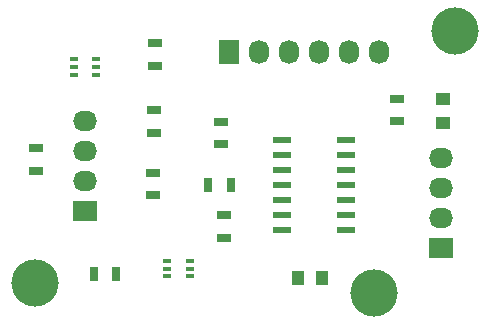
<source format=gbr>
G04 #@! TF.FileFunction,Soldermask,Top*
%FSLAX46Y46*%
G04 Gerber Fmt 4.6, Leading zero omitted, Abs format (unit mm)*
G04 Created by KiCad (PCBNEW (2015-07-31 BZR 6030)-product) date Sat Sep 12 09:44:37 2015*
%MOMM*%
G01*
G04 APERTURE LIST*
%ADD10C,0.100000*%
%ADD11C,4.000000*%
%ADD12R,1.250000X1.000000*%
%ADD13R,1.000000X1.250000*%
%ADD14R,1.500000X0.600000*%
%ADD15R,1.727200X2.032000*%
%ADD16O,1.727200X2.032000*%
%ADD17R,2.032000X1.727200*%
%ADD18O,2.032000X1.727200*%
%ADD19R,0.800000X0.400000*%
%ADD20R,1.300000X0.700000*%
%ADD21R,0.700000X1.300000*%
G04 APERTURE END LIST*
D10*
D11*
X209350400Y-46150400D03*
X173790400Y-67486400D03*
D12*
X208334400Y-51906800D03*
X208334400Y-53906800D03*
D13*
X198056800Y-67029200D03*
X196056800Y-67029200D03*
D14*
X200061600Y-63016000D03*
X200061600Y-61746000D03*
X200061600Y-60476000D03*
X200061600Y-59206000D03*
X200061600Y-57936000D03*
X200061600Y-56666000D03*
X200061600Y-55396000D03*
X194661600Y-55396000D03*
X194661600Y-56666000D03*
X194661600Y-57936000D03*
X194661600Y-59206000D03*
X194661600Y-60476000D03*
X194661600Y-61746000D03*
X194661600Y-63016000D03*
D15*
X190198800Y-47928400D03*
D16*
X192738800Y-47928400D03*
X195278800Y-47928400D03*
X197818800Y-47928400D03*
X200358800Y-47928400D03*
X202898800Y-47928400D03*
D17*
X208131200Y-64489200D03*
D18*
X208131200Y-61949200D03*
X208131200Y-59409200D03*
X208131200Y-56869200D03*
D17*
X178006800Y-61390400D03*
D18*
X178006800Y-58850400D03*
X178006800Y-56310400D03*
X178006800Y-53770400D03*
D19*
X186881600Y-66917200D03*
X186881600Y-66267200D03*
X186881600Y-65617200D03*
X184981600Y-65617200D03*
X184981600Y-66267200D03*
X184981600Y-66917200D03*
X178956800Y-49848400D03*
X178956800Y-49198400D03*
X178956800Y-48548400D03*
X177056800Y-48548400D03*
X177056800Y-49198400D03*
X177056800Y-49848400D03*
D20*
X189792400Y-63661200D03*
X189792400Y-61761200D03*
D21*
X188436000Y-59206000D03*
X190336000Y-59206000D03*
X178733200Y-66724400D03*
X180633200Y-66724400D03*
D20*
X183747200Y-58154400D03*
X183747200Y-60054400D03*
X189487600Y-53836400D03*
X189487600Y-55736400D03*
X183950400Y-47181600D03*
X183950400Y-49081600D03*
X173841200Y-57971600D03*
X173841200Y-56071600D03*
X183798000Y-54771200D03*
X183798000Y-52871200D03*
X204372000Y-51906000D03*
X204372000Y-53806000D03*
D11*
X202441600Y-68299200D03*
X209350400Y-46150400D03*
X173790400Y-67486400D03*
D12*
X208334400Y-51906800D03*
X208334400Y-53906800D03*
D13*
X198056800Y-67029200D03*
X196056800Y-67029200D03*
D14*
X200061600Y-63016000D03*
X200061600Y-61746000D03*
X200061600Y-60476000D03*
X200061600Y-59206000D03*
X200061600Y-57936000D03*
X200061600Y-56666000D03*
X200061600Y-55396000D03*
X194661600Y-55396000D03*
X194661600Y-56666000D03*
X194661600Y-57936000D03*
X194661600Y-59206000D03*
X194661600Y-60476000D03*
X194661600Y-61746000D03*
X194661600Y-63016000D03*
D15*
X190198800Y-47928400D03*
D16*
X192738800Y-47928400D03*
X195278800Y-47928400D03*
X197818800Y-47928400D03*
X200358800Y-47928400D03*
X202898800Y-47928400D03*
D17*
X208131200Y-64489200D03*
D18*
X208131200Y-61949200D03*
X208131200Y-59409200D03*
X208131200Y-56869200D03*
D17*
X178006800Y-61390400D03*
D18*
X178006800Y-58850400D03*
X178006800Y-56310400D03*
X178006800Y-53770400D03*
D19*
X186881600Y-66917200D03*
X186881600Y-66267200D03*
X186881600Y-65617200D03*
X184981600Y-65617200D03*
X184981600Y-66267200D03*
X184981600Y-66917200D03*
X178956800Y-49848400D03*
X178956800Y-49198400D03*
X178956800Y-48548400D03*
X177056800Y-48548400D03*
X177056800Y-49198400D03*
X177056800Y-49848400D03*
D20*
X189792400Y-63661200D03*
X189792400Y-61761200D03*
D21*
X188436000Y-59206000D03*
X190336000Y-59206000D03*
X178733200Y-66724400D03*
X180633200Y-66724400D03*
D20*
X183747200Y-58154400D03*
X183747200Y-60054400D03*
X189487600Y-53836400D03*
X189487600Y-55736400D03*
X183950400Y-47181600D03*
X183950400Y-49081600D03*
X173841200Y-57971600D03*
X173841200Y-56071600D03*
X183798000Y-54771200D03*
X183798000Y-52871200D03*
X204372000Y-51906000D03*
X204372000Y-53806000D03*
D11*
X202441600Y-68299200D03*
M02*

</source>
